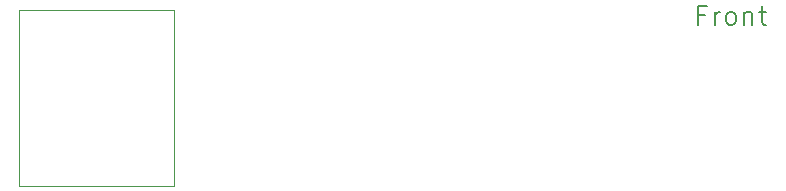
<source format=gbr>
%TF.GenerationSoftware,KiCad,Pcbnew,(6.0.7)*%
%TF.CreationDate,2023-01-27T12:27:14-07:00*%
%TF.ProjectId,JP_MegaDrive_DIN_Mount,4a505f4d-6567-4614-9472-6976655f4449,rev?*%
%TF.SameCoordinates,Original*%
%TF.FileFunction,Other,Comment*%
%FSLAX46Y46*%
G04 Gerber Fmt 4.6, Leading zero omitted, Abs format (unit mm)*
G04 Created by KiCad (PCBNEW (6.0.7)) date 2023-01-27 12:27:14*
%MOMM*%
%LPD*%
G01*
G04 APERTURE LIST*
%ADD10C,0.100000*%
%ADD11C,0.142240*%
G04 APERTURE END LIST*
D10*
X124269500Y-103505000D02*
X137350500Y-103505000D01*
X137350500Y-103505000D02*
X137350500Y-118364000D01*
X137350500Y-118364000D02*
X124269500Y-118364000D01*
X124269500Y-118364000D02*
X124269500Y-103505000D01*
D11*
X182294276Y-103878380D02*
X181749022Y-103878380D01*
X181749022Y-104735206D02*
X181749022Y-103099446D01*
X182527956Y-103099446D01*
X183151102Y-104735206D02*
X183151102Y-103644700D01*
X183151102Y-103956273D02*
X183228996Y-103800486D01*
X183306889Y-103722593D01*
X183462676Y-103644700D01*
X183618462Y-103644700D01*
X184397396Y-104735206D02*
X184241609Y-104657313D01*
X184163716Y-104579420D01*
X184085822Y-104423633D01*
X184085822Y-103956273D01*
X184163716Y-103800486D01*
X184241609Y-103722593D01*
X184397396Y-103644700D01*
X184631076Y-103644700D01*
X184786862Y-103722593D01*
X184864756Y-103800486D01*
X184942649Y-103956273D01*
X184942649Y-104423633D01*
X184864756Y-104579420D01*
X184786862Y-104657313D01*
X184631076Y-104735206D01*
X184397396Y-104735206D01*
X185643689Y-103644700D02*
X185643689Y-104735206D01*
X185643689Y-103800486D02*
X185721582Y-103722593D01*
X185877369Y-103644700D01*
X186111049Y-103644700D01*
X186266836Y-103722593D01*
X186344729Y-103878380D01*
X186344729Y-104735206D01*
X186889982Y-103644700D02*
X187513129Y-103644700D01*
X187123662Y-103099446D02*
X187123662Y-104501526D01*
X187201556Y-104657313D01*
X187357342Y-104735206D01*
X187513129Y-104735206D01*
M02*

</source>
